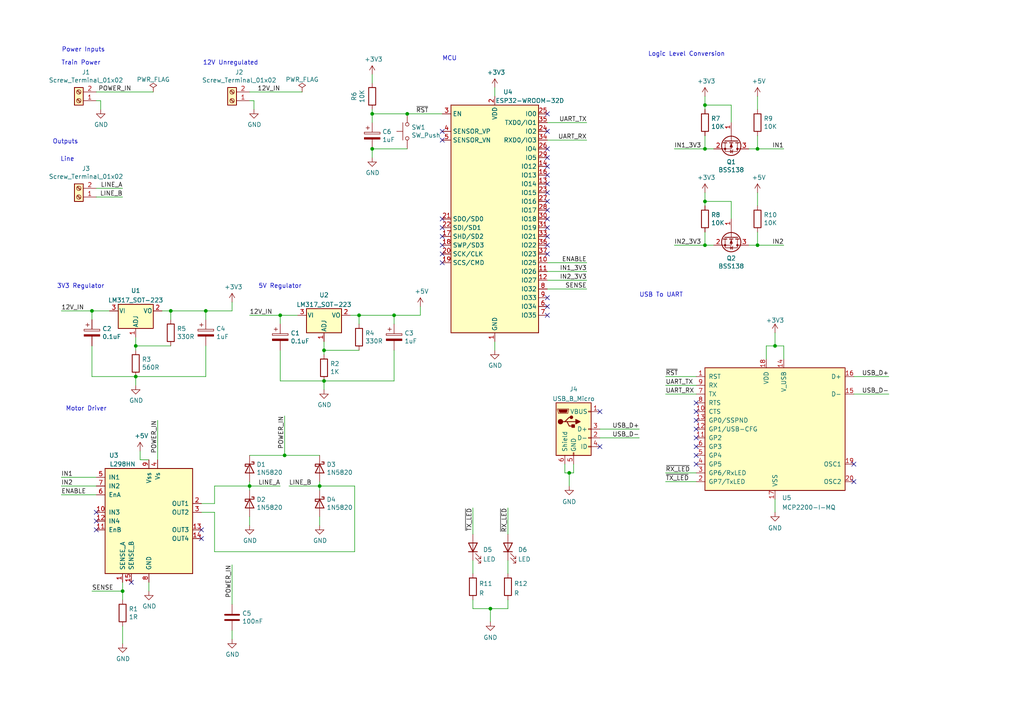
<source format=kicad_sch>
(kicad_sch (version 20211123) (generator eeschema)
  (paper "A4")
  (title_block (title "Speed Controller") (date "2022-03-19") (rev "V1.1.1") (company "Matthew Nickson") (comment 1 "Licence: CC-BY-SA-4.0"))
  (lib_symbols
    (symbol "Connector:Screw_Terminal_01x02" (pin_names (offset 1.016) hide)
      (property "Reference" "J" (at 0 2.54 0))
      (property "Value" "Screw_Terminal_01x02" (at 0 -5.08 0))
      (symbol "Screw_Terminal_01x02_1_1"
        (rectangle (start -1.27 1.27) (end 1.27 -3.81) (stroke (width 0.254)) (fill (type background)))
        (circle (center 0 -2.54) (radius 0.635) (stroke (width 0.1524)))
        (polyline (pts (xy -0.5334 -2.2098) (xy 0.3302 -3.048)) (stroke (width 0.1524)))
        (polyline (pts (xy -0.5334 0.3302) (xy 0.3302 -0.508)) (stroke (width 0.1524)))
        (polyline (pts (xy -0.3556 -2.032) (xy 0.508 -2.8702)) (stroke (width 0.1524)))
        (polyline (pts (xy -0.3556 0.508) (xy 0.508 -0.3302)) (stroke (width 0.1524)))
        (circle (center 0 0) (radius 0.635) (stroke (width 0.1524)))
        (pin passive line (at -5.08 0 0) (length 3.81) (name "Pin_1") (number "1"))
        (pin passive line (at -5.08 -2.54 0) (length 3.81) (name "Pin_2") (number "2"))
      )
    )
    (symbol "Connector:USB_B_Micro" (pin_names (offset 1.016))
      (property "Reference" "J" (at -5.08 11.43 0))
      (property "Value" "USB_B_Micro" (at -5.08 8.89 0))
      (symbol "USB_B_Micro_0_1"
        (rectangle (start -5.08 -7.62) (end 5.08 7.62) (stroke (width 0.254)) (fill (type background)))
        (circle (center -3.81 2.159) (radius 0.635) (stroke (width 0.254)) (fill (type outline)))
        (circle (center -0.635 3.429) (radius 0.381) (stroke (width 0.254)) (fill (type outline)))
        (rectangle (start -0.127 -7.62) (end 0.127 -6.858))
        (polyline (pts (xy -1.905 2.159) (xy 0.635 2.159)) (stroke (width 0.254)))
        (polyline (pts (xy -3.175 2.159) (xy -2.54 2.159) (xy -1.27 3.429) (xy -0.635 3.429)) (stroke (width 0.254)))
        (polyline (pts (xy -2.54 2.159) (xy -1.905 2.159) (xy -1.27 0.889) (xy 0 0.889)) (stroke (width 0.254)))
        (polyline (pts (xy 0.635 2.794) (xy 0.635 1.524) (xy 1.905 2.159) (xy 0.635 2.794)) (stroke (width 0.254)) (fill (type outline)))
        (polyline (pts (xy -4.318 5.588) (xy -1.778 5.588) (xy -2.032 4.826) (xy -4.064 4.826) (xy -4.318 5.588)) (fill (type outline)))
        (polyline (pts (xy -4.699 5.842) (xy -4.699 5.588) (xy -4.445 4.826) (xy -4.445 4.572) (xy -1.651 4.572) (xy -1.651 4.826) (xy -1.397 5.588) (xy -1.397 5.842) (xy -4.699 5.842)))
        (rectangle (start 0.254 1.27) (end -0.508 0.508) (stroke (width 0.254)) (fill (type outline)))
        (rectangle (start 5.08 -5.207) (end 4.318 -4.953))
        (rectangle (start 5.08 -2.667) (end 4.318 -2.413))
        (rectangle (start 5.08 -0.127) (end 4.318 0.127))
        (rectangle (start 5.08 4.953) (end 4.318 5.207))
      )
      (symbol "USB_B_Micro_1_1"
        (pin power_out line (at 7.62 5.08 180) (length 2.54) (name "VBUS") (number "1"))
        (pin bidirectional line (at 7.62 -2.54 180) (length 2.54) (name "D-") (number "2"))
        (pin bidirectional line (at 7.62 0 180) (length 2.54) (name "D+") (number "3"))
        (pin passive line (at 7.62 -5.08 180) (length 2.54) (name "ID") (number "4"))
        (pin power_out line (at 0 -10.16 90) (length 2.54) (name "GND") (number "5"))
        (pin passive line (at -2.54 -10.16 90) (length 2.54) (name "Shield") (number "6"))
      )
    )
    (symbol "Device:C" (pin_numbers hide) (pin_names (offset 0.254))
      (property "Reference" "C" (at 0.635 2.54 0))
      (property "Value" "C" (at 0.635 -2.54 0))
      (symbol "C_0_1"
        (polyline (pts (xy -2.032 -0.762) (xy 2.032 -0.762)) (stroke (width 0.508)))
        (polyline (pts (xy -2.032 0.762) (xy 2.032 0.762)) (stroke (width 0.508)))
      )
      (symbol "C_1_1"
        (pin passive line (at 0 3.81 270) (length 2.794) (name "~") (number "1"))
        (pin passive line (at 0 -3.81 90) (length 2.794) (name "~") (number "2"))
      )
    )
    (symbol "Device:CP" (pin_numbers hide) (pin_names (offset 0.254))
      (property "Reference" "C" (at 0.635 2.54 0))
      (property "Value" "Device_CP" (at 0.635 -2.54 0))
      (symbol "CP_0_1"
        (rectangle (start -2.286 0.508) (end 2.286 1.016))
        (polyline (pts (xy -1.778 2.286) (xy -0.762 2.286)))
        (polyline (pts (xy -1.27 2.794) (xy -1.27 1.778)))
        (rectangle (start 2.286 -0.508) (end -2.286 -1.016) (fill (type outline)))
      )
      (symbol "CP_1_1"
        (pin passive line (at 0 3.81 270) (length 2.794) (name "~") (number "1"))
        (pin passive line (at 0 -3.81 90) (length 2.794) (name "~") (number "2"))
      )
    )
    (symbol "Device:C_Polarized" (pin_numbers hide) (pin_names (offset 0.254))
      (property "Reference" "C" (at 0.635 2.54 0))
      (property "Value" "C_Polarized" (at 0.635 -2.54 0))
      (symbol "C_Polarized_0_1"
        (rectangle (start -2.286 0.508) (end 2.286 1.016))
        (polyline (pts (xy -1.778 2.286) (xy -0.762 2.286)))
        (polyline (pts (xy -1.27 2.794) (xy -1.27 1.778)))
        (rectangle (start 2.286 -0.508) (end -2.286 -1.016) (fill (type outline)))
      )
      (symbol "C_Polarized_1_1"
        (pin passive line (at 0 3.81 270) (length 2.794) (name "~") (number "1"))
        (pin passive line (at 0 -3.81 90) (length 2.794) (name "~") (number "2"))
      )
    )
    (symbol "Device:LED" (pin_numbers hide) (pin_names (offset 1.016) hide)
      (property "Reference" "D" (at 0 2.54 0))
      (property "Value" "LED" (at 0 -2.54 0))
      (symbol "LED_0_1"
        (polyline (pts (xy -1.27 -1.27) (xy -1.27 1.27)) (stroke (width 0.254)))
        (polyline (pts (xy -1.27 0) (xy 1.27 0)))
        (polyline (pts (xy 1.27 -1.27) (xy 1.27 1.27) (xy -1.27 0) (xy 1.27 -1.27)) (stroke (width 0.254)))
        (polyline (pts (xy -3.048 -0.762) (xy -4.572 -2.286) (xy -3.81 -2.286) (xy -4.572 -2.286) (xy -4.572 -1.524)))
        (polyline (pts (xy -1.778 -0.762) (xy -3.302 -2.286) (xy -2.54 -2.286) (xy -3.302 -2.286) (xy -3.302 -1.524)))
      )
      (symbol "LED_1_1"
        (pin passive line (at -3.81 0 0) (length 2.54) (name "K") (number "1"))
        (pin passive line (at 3.81 0 180) (length 2.54) (name "A") (number "2"))
      )
    )
    (symbol "Device:R" (pin_numbers hide) (pin_names (offset 0))
      (property "Reference" "R" (at 2.032 0 90))
      (property "Value" "R" (at 0 0 90))
      (symbol "R_0_1"
        (rectangle (start -1.016 -2.54) (end 1.016 2.54) (stroke (width 0.254)))
      )
      (symbol "R_1_1"
        (pin passive line (at 0 3.81 270) (length 1.27) (name "~") (number "1"))
        (pin passive line (at 0 -3.81 90) (length 1.27) (name "~") (number "2"))
      )
    )
    (symbol "Diode:1N5820" (pin_numbers hide) (pin_names (offset 1.016) hide)
      (property "Reference" "D" (at 0 2.54 0))
      (property "Value" "1N5820" (at 0 -2.54 0))
      (symbol "1N5820_0_1"
        (polyline (pts (xy 1.27 0) (xy -1.27 0)))
        (polyline (pts (xy 1.27 1.27) (xy 1.27 -1.27) (xy -1.27 0) (xy 1.27 1.27)) (stroke (width 0.254)))
        (polyline (pts (xy -1.905 0.635) (xy -1.905 1.27) (xy -1.27 1.27) (xy -1.27 -1.27) (xy -0.635 -1.27) (xy -0.635 -0.635)) (stroke (width 0.254)))
      )
      (symbol "1N5820_1_1"
        (pin passive line (at -3.81 0 0) (length 2.54) (name "K") (number "1"))
        (pin passive line (at 3.81 0 180) (length 2.54) (name "A") (number "2"))
      )
    )
    (symbol "Driver_Motor:L298HN" (pin_names (offset 1.016))
      (property "Reference" "U" (at -10.16 16.51 0))
      (property "Value" "L298HN" (at 12.7 16.51 0))
      (symbol "L298HN_0_1"
        (rectangle (start -12.7 15.24) (end 12.7 -15.24) (stroke (width 0.254)) (fill (type background)))
      )
      (symbol "L298HN_1_1"
        (pin power_in line (at -7.62 -17.78 90) (length 2.54) (name "SENSE_A") (number "1"))
        (pin input line (at -15.24 2.54 0) (length 2.54) (name "IN3") (number "10"))
        (pin input line (at -15.24 -2.54 0) (length 2.54) (name "EnB") (number "11"))
        (pin input line (at -15.24 0 0) (length 2.54) (name "IN4") (number "12"))
        (pin output line (at 15.24 -2.54 180) (length 2.54) (name "OUT3") (number "13"))
        (pin output line (at 15.24 -5.08 180) (length 2.54) (name "OUT4") (number "14"))
        (pin power_in line (at -5.08 -17.78 90) (length 2.54) (name "SENSE_B") (number "15"))
        (pin output line (at 15.24 5.08 180) (length 2.54) (name "OUT1") (number "2"))
        (pin output line (at 15.24 2.54 180) (length 2.54) (name "OUT2") (number "3"))
        (pin power_in line (at 2.54 17.78 270) (length 2.54) (name "Vs") (number "4"))
        (pin input line (at -15.24 12.7 0) (length 2.54) (name "IN1") (number "5"))
        (pin input line (at -15.24 7.62 0) (length 2.54) (name "EnA") (number "6"))
        (pin input line (at -15.24 10.16 0) (length 2.54) (name "IN2") (number "7"))
        (pin power_in line (at 0 -17.78 90) (length 2.54) (name "GND") (number "8"))
        (pin power_in line (at 0 17.78 270) (length 2.54) (name "Vss") (number "9"))
      )
    )
    (symbol "Interface_USB:MCP2200-I-MQ" (pin_names (offset 1.016))
      (property "Reference" "U" (at -20.32 -19.05 0))
      (property "Value" "MCP2200-I-MQ" (at -20.32 19.05 0))
      (symbol "MCP2200-I-MQ_0_1"
        (rectangle (start -20.32 17.78) (end 20.32 -17.78) (stroke (width 0.254)) (fill (type background)))
      )
      (symbol "MCP2200-I-MQ_1_1"
        (pin input line (at -22.86 15.24 0) (length 2.54) (name "RST") (number "1"))
        (pin input line (at -22.86 5.08 0) (length 2.54) (name "CTS") (number "10"))
        (pin bidirectional line (at -22.86 -2.54 0) (length 2.54) (name "GP2") (number "11"))
        (pin bidirectional line (at -22.86 0 0) (length 2.54) (name "GP1/USB-CFG") (number "12"))
        (pin bidirectional line (at -22.86 2.54 0) (length 2.54) (name "GP0/SSPND") (number "13"))
        (pin power_in line (at 2.54 20.32 270) (length 2.54) (name "V_USB") (number "14"))
        (pin bidirectional line (at 22.86 10.16 180) (length 2.54) (name "D-") (number "15"))
        (pin bidirectional line (at 22.86 15.24 180) (length 2.54) (name "D+") (number "16"))
        (pin power_in line (at 0 -20.32 90) (length 2.54) (name "VSS") (number "17"))
        (pin power_in line (at -2.54 20.32 270) (length 2.54) (name "VDD") (number "18"))
        (pin input line (at 22.86 -10.16 180) (length 2.54) (name "OSC1") (number "19"))
        (pin bidirectional line (at -22.86 -15.24 0) (length 2.54) (name "GP7/TxLED") (number "2"))
        (pin output line (at 22.86 -15.24 180) (length 2.54) (name "OSC2") (number "20"))
        (pin no_connect line (at 22.86 0 180) (length 2.54) hide (name "EP") (number "21"))
        (pin bidirectional line (at -22.86 -12.7 0) (length 2.54) (name "GP6/RxLED") (number "3"))
        (pin bidirectional line (at -22.86 -10.16 0) (length 2.54) (name "GP5") (number "4"))
        (pin bidirectional line (at -22.86 -7.62 0) (length 2.54) (name "GP4") (number "5"))
        (pin bidirectional line (at -22.86 -5.08 0) (length 2.54) (name "GP3") (number "6"))
        (pin output line (at -22.86 10.16 0) (length 2.54) (name "TX") (number "7"))
        (pin output line (at -22.86 7.62 0) (length 2.54) (name "RTS") (number "8"))
        (pin input line (at -22.86 12.7 0) (length 2.54) (name "RX") (number "9"))
      )
    )
    (symbol "RF_Module:ESP32-WROOM-32D"
      (property "Reference" "U" (at -12.7 34.29 0))
      (property "Value" "ESP32-WROOM-32D" (at 1.27 34.29 0))
      (symbol "ESP32-WROOM-32D_0_1"
        (rectangle (start -12.7 33.02) (end 12.7 -33.02) (stroke (width 0.254)) (fill (type background)))
      )
      (symbol "ESP32-WROOM-32D_1_1"
        (pin power_in line (at 0 -35.56 90) (length 2.54) (name "GND") (number "1"))
        (pin bidirectional line (at 15.24 -12.7 180) (length 2.54) (name "IO25") (number "10"))
        (pin bidirectional line (at 15.24 -15.24 180) (length 2.54) (name "IO26") (number "11"))
        (pin bidirectional line (at 15.24 -17.78 180) (length 2.54) (name "IO27") (number "12"))
        (pin bidirectional line (at 15.24 10.16 180) (length 2.54) (name "IO14") (number "13"))
        (pin bidirectional line (at 15.24 15.24 180) (length 2.54) (name "IO12") (number "14"))
        (pin passive line (at 0 -35.56 90) (length 2.54) hide (name "GND") (number "15"))
        (pin bidirectional line (at 15.24 12.7 180) (length 2.54) (name "IO13") (number "16"))
        (pin bidirectional line (at -15.24 -5.08 0) (length 2.54) (name "SHD/SD2") (number "17"))
        (pin bidirectional line (at -15.24 -7.62 0) (length 2.54) (name "SWP/SD3") (number "18"))
        (pin bidirectional line (at -15.24 -12.7 0) (length 2.54) (name "SCS/CMD") (number "19"))
        (pin power_in line (at 0 35.56 270) (length 2.54) (name "VDD") (number "2"))
        (pin bidirectional line (at -15.24 -10.16 0) (length 2.54) (name "SCK/CLK") (number "20"))
        (pin bidirectional line (at -15.24 0 0) (length 2.54) (name "SDO/SD0") (number "21"))
        (pin bidirectional line (at -15.24 -2.54 0) (length 2.54) (name "SDI/SD1") (number "22"))
        (pin bidirectional line (at 15.24 7.62 180) (length 2.54) (name "IO15") (number "23"))
        (pin bidirectional line (at 15.24 25.4 180) (length 2.54) (name "IO2") (number "24"))
        (pin bidirectional line (at 15.24 30.48 180) (length 2.54) (name "IO0") (number "25"))
        (pin bidirectional line (at 15.24 20.32 180) (length 2.54) (name "IO4") (number "26"))
        (pin bidirectional line (at 15.24 5.08 180) (length 2.54) (name "IO16") (number "27"))
        (pin bidirectional line (at 15.24 2.54 180) (length 2.54) (name "IO17") (number "28"))
        (pin bidirectional line (at 15.24 17.78 180) (length 2.54) (name "IO5") (number "29"))
        (pin input line (at -15.24 30.48 0) (length 2.54) (name "EN") (number "3"))
        (pin bidirectional line (at 15.24 0 180) (length 2.54) (name "IO18") (number "30"))
        (pin bidirectional line (at 15.24 -2.54 180) (length 2.54) (name "IO19") (number "31"))
        (pin no_connect line (at -12.7 -27.94 0) (length 2.54) hide (name "NC") (number "32"))
        (pin bidirectional line (at 15.24 -5.08 180) (length 2.54) (name "IO21") (number "33"))
        (pin bidirectional line (at 15.24 22.86 180) (length 2.54) (name "RXD0/IO3") (number "34"))
        (pin bidirectional line (at 15.24 27.94 180) (length 2.54) (name "TXD0/IO1") (number "35"))
        (pin bidirectional line (at 15.24 -7.62 180) (length 2.54) (name "IO22") (number "36"))
        (pin bidirectional line (at 15.24 -10.16 180) (length 2.54) (name "IO23") (number "37"))
        (pin passive line (at 0 -35.56 90) (length 2.54) hide (name "GND") (number "38"))
        (pin passive line (at 0 -35.56 90) (length 2.54) hide (name "GND") (number "39"))
        (pin input line (at -15.24 25.4 0) (length 2.54) (name "SENSOR_VP") (number "4"))
        (pin input line (at -15.24 22.86 0) (length 2.54) (name "SENSOR_VN") (number "5"))
        (pin input line (at 15.24 -25.4 180) (length 2.54) (name "IO34") (number "6"))
        (pin input line (at 15.24 -27.94 180) (length 2.54) (name "IO35") (number "7"))
        (pin bidirectional line (at 15.24 -20.32 180) (length 2.54) (name "IO32") (number "8"))
        (pin bidirectional line (at 15.24 -22.86 180) (length 2.54) (name "IO33") (number "9"))
      )
    )
    (symbol "Regulator_Linear:LM317_SOT-223" (pin_names (offset 0.254))
      (property "Reference" "U" (at -3.81 3.175 0))
      (property "Value" "LM317_SOT-223" (at 0 3.175 0))
      (symbol "LM317_SOT-223_0_1"
        (rectangle (start -5.08 1.905) (end 5.08 -5.08) (stroke (width 0.254)) (fill (type background)))
      )
      (symbol "LM317_SOT-223_1_1"
        (pin input line (at 0 -7.62 90) (length 2.54) (name "ADJ") (number "1"))
        (pin power_out line (at 7.62 0 180) (length 2.54) (name "VO") (number "2"))
        (pin power_in line (at -7.62 0 0) (length 2.54) (name "VI") (number "3"))
      )
    )
    (symbol "Switch:SW_Push" (pin_numbers hide) (pin_names (offset 1.016) hide)
      (property "Reference" "SW" (at 1.27 2.54 0))
      (property "Value" "SW_Push" (at 0 -1.524 0))
      (symbol "SW_Push_0_1"
        (circle (center -2.032 0) (radius 0.508))
        (polyline (pts (xy 0 1.27) (xy 0 3.048)))
        (polyline (pts (xy 2.54 1.27) (xy -2.54 1.27)))
        (circle (center 2.032 0) (radius 0.508))
        (pin passive line (at -5.08 0 0) (length 2.54) (name "1") (number "1"))
        (pin passive line (at 5.08 0 180) (length 2.54) (name "2") (number "2"))
      )
    )
    (symbol "Transistor_FET:BSS138" (pin_names hide)
      (property "Reference" "Q" (at 5.08 1.905 0))
      (property "Value" "BSS138" (at 5.08 0 0))
      (symbol "BSS138_0_1"
        (polyline (pts (xy 0.254 0) (xy -2.54 0)))
        (polyline (pts (xy 0.254 1.905) (xy 0.254 -1.905)) (stroke (width 0.254)))
        (polyline (pts (xy 0.762 -1.27) (xy 0.762 -2.286)) (stroke (width 0.254)))
        (polyline (pts (xy 0.762 0.508) (xy 0.762 -0.508)) (stroke (width 0.254)))
        (polyline (pts (xy 0.762 2.286) (xy 0.762 1.27)) (stroke (width 0.254)))
        (polyline (pts (xy 2.54 2.54) (xy 2.54 1.778)))
        (polyline (pts (xy 2.54 -2.54) (xy 2.54 0) (xy 0.762 0)))
        (polyline (pts (xy 0.762 -1.778) (xy 3.302 -1.778) (xy 3.302 1.778) (xy 0.762 1.778)))
        (polyline (pts (xy 1.016 0) (xy 2.032 0.381) (xy 2.032 -0.381) (xy 1.016 0)) (fill (type outline)))
        (polyline (pts (xy 2.794 0.508) (xy 2.921 0.381) (xy 3.683 0.381) (xy 3.81 0.254)))
        (polyline (pts (xy 3.302 0.381) (xy 2.921 -0.254) (xy 3.683 -0.254) (xy 3.302 0.381)))
        (circle (center 1.651 0) (radius 2.794) (stroke (width 0.254)))
        (circle (center 2.54 -1.778) (radius 0.254) (fill (type outline)))
        (circle (center 2.54 1.778) (radius 0.254) (fill (type outline)))
      )
      (symbol "BSS138_1_1"
        (pin input line (at -5.08 0 0) (length 2.54) (name "G") (number "1"))
        (pin passive line (at 2.54 -5.08 90) (length 2.54) (name "S") (number "2"))
        (pin passive line (at 2.54 5.08 270) (length 2.54) (name "D") (number "3"))
      )
    )
    (symbol "power:+3V3" (power) (pin_names (offset 0))
      (property "Value" "+3V3" (at 0 3.556 0))
      (symbol "+3V3_0_1"
        (polyline (pts (xy -0.762 1.27) (xy 0 2.54)))
        (polyline (pts (xy 0 0) (xy 0 2.54)))
        (polyline (pts (xy 0 2.54) (xy 0.762 1.27)))
      )
      (symbol "+3V3_1_1"
        (pin power_in line (at 0 0 90) (length 0) hide (name "+3V3") (number "1"))
      )
    )
    (symbol "power:+5V" (power) (pin_names (offset 0))
      (property "Value" "+5V" (at 0 3.556 0))
      (symbol "+5V_0_1"
        (polyline (pts (xy -0.762 1.27) (xy 0 2.54)))
        (polyline (pts (xy 0 0) (xy 0 2.54)))
        (polyline (pts (xy 0 2.54) (xy 0.762 1.27)))
      )
      (symbol "+5V_1_1"
        (pin power_in line (at 0 0 90) (length 0) hide (name "+5V") (number "1"))
      )
    )
    (symbol "power:GND" (power) (pin_names (offset 0))
      (property "Value" "GND" (at 0 -3.81 0))
      (symbol "GND_0_1"
        (polyline (pts (xy 0 0) (xy 0 -1.27) (xy 1.27 -1.27) (xy 0 -2.54) (xy -1.27 -1.27) (xy 0 -1.27)))
      )
      (symbol "GND_1_1"
        (pin power_in line (at 0 0 270) (length 0) hide (name "GND") (number "1"))
      )
    )
    (symbol "power:PWR_FLAG" (power) (pin_numbers hide) (pin_names (offset 0) hide)
      (property "Value" "PWR_FLAG" (at 0 3.81 0))
      (symbol "PWR_FLAG_0_0"
        (pin power_out line (at 0 0 90) (length 0) (name "pwr") (number "1"))
      )
      (symbol "PWR_FLAG_0_1"
        (polyline (pts (xy 0 0) (xy 0 1.27) (xy -1.016 1.905) (xy 0 2.54) (xy 1.016 1.905) (xy 0 1.27)))
      )
    )
  )
  (junction (at 104.14 91.44))
  (junction (at 219.71 43.18))
  (junction (at 39.37 109.22))
  (junction (at 49.53 90.17))
  (junction (at 92.71 140.97))
  (junction (at 204.47 30.48))
  (junction (at 59.69 90.17))
  (junction (at 165.1 137.16))
  (junction (at 142.24 176.53))
  (junction (at 204.47 43.18))
  (junction (at 219.71 71.12))
  (junction (at 114.3 91.44))
  (junction (at 93.98 101.6))
  (junction (at 204.47 58.42))
  (junction (at 118.11 33.02))
  (junction (at 39.37 100.33))
  (junction (at 26.67 90.17))
  (junction (at 107.95 33.02))
  (junction (at 72.39 140.97))
  (junction (at 107.95 43.18))
  (junction (at 81.28 91.44))
  (junction (at 93.98 110.49))
  (junction (at 204.47 71.12))
  (junction (at 35.56 171.45))
  (junction (at 224.79 100.33))
  (junction (at 82.55 132.08))
  (no_connect (at 158.75 60.96))
  (no_connect (at 158.75 68.58))
  (no_connect (at 158.75 33.02))
  (no_connect (at 158.75 43.18))
  (no_connect (at 27.94 153.67))
  (no_connect (at 158.75 91.44))
  (no_connect (at 173.99 119.38))
  (no_connect (at 158.75 71.12))
  (no_connect (at 158.75 55.88))
  (no_connect (at 158.75 58.42))
  (no_connect (at 158.75 48.26))
  (no_connect (at 158.75 73.66))
  (no_connect (at 27.94 151.13))
  (no_connect (at 58.42 156.21))
  (no_connect (at 128.27 68.58))
  (no_connect (at 128.27 76.2))
  (no_connect (at 158.75 88.9))
  (no_connect (at 158.75 63.5))
  (no_connect (at 128.27 73.66))
  (no_connect (at 27.94 148.59))
  (no_connect (at 158.75 50.8))
  (no_connect (at 128.27 66.04))
  (no_connect (at 58.42 153.67))
  (no_connect (at 247.65 139.7))
  (no_connect (at 247.65 134.62))
  (no_connect (at 201.93 119.38))
  (no_connect (at 201.93 116.84))
  (no_connect (at 201.93 134.62))
  (no_connect (at 201.93 132.08))
  (no_connect (at 201.93 129.54))
  (no_connect (at 201.93 127))
  (no_connect (at 201.93 124.46))
  (no_connect (at 201.93 121.92))
  (no_connect (at 158.75 86.36))
  (no_connect (at 158.75 66.04))
  (no_connect (at 128.27 71.12))
  (no_connect (at 128.27 63.5))
  (no_connect (at 38.1 168.91))
  (no_connect (at 128.27 38.1))
  (no_connect (at 128.27 40.64))
  (no_connect (at 173.99 129.54))
  (no_connect (at 158.75 45.72))
  (no_connect (at 158.75 53.34))
  (no_connect (at 158.75 38.1))
  (wire (pts (xy 247.65 114.3) (xy 257.81 114.3)))
  (wire (pts (xy 173.99 127) (xy 185.42 127)))
  (wire (pts (xy 59.69 90.17) (xy 67.31 90.17)))
  (wire (pts (xy 104.14 101.6) (xy 93.98 101.6)))
  (wire (pts (xy 83.82 140.97) (xy 92.71 140.97)))
  (wire (pts (xy 73.66 29.21) (xy 73.66 31.75)))
  (wire (pts (xy 29.21 29.21) (xy 29.21 31.75)))
  (wire (pts (xy 204.47 30.48) (xy 204.47 27.94)))
  (wire (pts (xy 17.78 140.97) (xy 27.94 140.97)))
  (wire (pts (xy 137.16 162.56) (xy 137.16 166.37)))
  (wire (pts (xy 72.39 140.97) (xy 81.28 140.97)))
  (wire (pts (xy 158.75 76.2) (xy 170.18 76.2)))
  (wire (pts (xy 39.37 109.22) (xy 59.69 109.22)))
  (wire (pts (xy 204.47 67.31) (xy 204.47 71.12)))
  (wire (pts (xy 62.23 140.97) (xy 62.23 146.05)))
  (wire (pts (xy 173.99 124.46) (xy 185.42 124.46)))
  (wire (pts (xy 193.04 111.76) (xy 201.93 111.76)))
  (wire (pts (xy 82.55 132.08) (xy 92.71 132.08)))
  (wire (pts (xy 137.16 147.32) (xy 137.16 154.94)))
  (wire (pts (xy 81.28 93.98) (xy 81.28 91.44)))
  (wire (pts (xy 72.39 26.67) (xy 87.63 26.67)))
  (wire (pts (xy 81.28 91.44) (xy 86.36 91.44)))
  (wire (pts (xy 104.14 91.44) (xy 114.3 91.44)))
  (wire (pts (xy 93.98 110.49) (xy 93.98 113.03)))
  (wire (pts (xy 142.24 176.53) (xy 142.24 180.34)))
  (wire (pts (xy 17.78 90.17) (xy 26.67 90.17)))
  (wire (pts (xy 147.32 147.32) (xy 147.32 154.94)))
  (wire (pts (xy 224.79 96.52) (xy 224.79 100.33)))
  (wire (pts (xy 219.71 59.69) (xy 219.71 55.88)))
  (wire (pts (xy 224.79 144.78) (xy 224.79 148.59)))
  (wire (pts (xy 59.69 92.71) (xy 59.69 90.17)))
  (wire (pts (xy 45.72 121.92) (xy 45.72 133.35)))
  (wire (pts (xy 92.71 140.97) (xy 102.87 140.97)))
  (wire (pts (xy 26.67 90.17) (xy 31.75 90.17)))
  (wire (pts (xy 26.67 109.22) (xy 39.37 109.22)))
  (wire (pts (xy 72.39 139.7) (xy 72.39 140.97)))
  (wire (pts (xy 170.18 81.28) (xy 158.75 81.28)))
  (wire (pts (xy 195.58 43.18) (xy 204.47 43.18)))
  (wire (pts (xy 137.16 173.99) (xy 137.16 176.53)))
  (wire (pts (xy 147.32 162.56) (xy 147.32 166.37)))
  (wire (pts (xy 107.95 33.02) (xy 107.95 35.56)))
  (wire (pts (xy 58.42 148.59) (xy 62.23 148.59)))
  (wire (pts (xy 67.31 163.83) (xy 67.31 175.26)))
  (wire (pts (xy 35.56 181.61) (xy 35.56 186.69)))
  (wire (pts (xy 195.58 71.12) (xy 204.47 71.12)))
  (wire (pts (xy 107.95 43.18) (xy 107.95 45.72)))
  (wire (pts (xy 204.47 59.69) (xy 204.47 58.42)))
  (wire (pts (xy 193.04 137.16) (xy 201.93 137.16)))
  (wire (pts (xy 118.11 43.18) (xy 107.95 43.18)))
  (wire (pts (xy 217.17 43.18) (xy 219.71 43.18)))
  (wire (pts (xy 193.04 109.22) (xy 201.93 109.22)))
  (wire (pts (xy 81.28 110.49) (xy 93.98 110.49)))
  (wire (pts (xy 114.3 101.6) (xy 114.3 110.49)))
  (wire (pts (xy 62.23 140.97) (xy 72.39 140.97)))
  (wire (pts (xy 170.18 78.74) (xy 158.75 78.74)))
  (wire (pts (xy 35.56 171.45) (xy 35.56 173.99)))
  (wire (pts (xy 102.87 160.02) (xy 102.87 140.97)))
  (wire (pts (xy 72.39 149.86) (xy 72.39 152.4)))
  (wire (pts (xy 219.71 71.12) (xy 219.71 67.31)))
  (wire (pts (xy 82.55 132.08) (xy 82.55 120.65)))
  (wire (pts (xy 158.75 35.56) (xy 170.18 35.56)))
  (wire (pts (xy 72.39 142.24) (xy 72.39 140.97)))
  (wire (pts (xy 114.3 93.98) (xy 114.3 91.44)))
  (wire (pts (xy 27.94 54.61) (xy 35.56 54.61)))
  (wire (pts (xy 204.47 43.18) (xy 207.01 43.18)))
  (wire (pts (xy 204.47 58.42) (xy 204.47 55.88)))
  (wire (pts (xy 26.67 171.45) (xy 35.56 171.45)))
  (wire (pts (xy 137.16 176.53) (xy 142.24 176.53)))
  (wire (pts (xy 204.47 39.37) (xy 204.47 43.18)))
  (wire (pts (xy 204.47 71.12) (xy 207.01 71.12)))
  (wire (pts (xy 93.98 101.6) (xy 93.98 99.06)))
  (wire (pts (xy 62.23 148.59) (xy 62.23 160.02)))
  (wire (pts (xy 26.67 100.33) (xy 26.67 109.22)))
  (wire (pts (xy 224.79 100.33) (xy 227.33 100.33)))
  (wire (pts (xy 43.18 168.91) (xy 43.18 171.45)))
  (wire (pts (xy 158.75 83.82) (xy 170.18 83.82)))
  (wire (pts (xy 166.37 134.62) (xy 166.37 137.16)))
  (wire (pts (xy 107.95 33.02) (xy 118.11 33.02)))
  (wire (pts (xy 17.78 138.43) (xy 27.94 138.43)))
  (wire (pts (xy 26.67 92.71) (xy 26.67 90.17)))
  (wire (pts (xy 163.83 137.16) (xy 163.83 134.62)))
  (wire (pts (xy 49.53 92.71) (xy 49.53 90.17)))
  (wire (pts (xy 67.31 185.42) (xy 67.31 182.88)))
  (wire (pts (xy 114.3 91.44) (xy 121.92 91.44)))
  (wire (pts (xy 46.99 90.17) (xy 49.53 90.17)))
  (wire (pts (xy 222.25 100.33) (xy 224.79 100.33)))
  (wire (pts (xy 67.31 90.17) (xy 67.31 87.63)))
  (wire (pts (xy 193.04 114.3) (xy 201.93 114.3)))
  (wire (pts (xy 142.24 176.53) (xy 147.32 176.53)))
  (wire (pts (xy 121.92 91.44) (xy 121.92 88.9)))
  (wire (pts (xy 143.51 99.06) (xy 143.51 101.6)))
  (wire (pts (xy 193.04 139.7) (xy 201.93 139.7)))
  (wire (pts (xy 219.71 31.75) (xy 219.71 27.94)))
  (wire (pts (xy 158.75 40.64) (xy 170.18 40.64)))
  (wire (pts (xy 219.71 43.18) (xy 219.71 39.37)))
  (wire (pts (xy 92.71 139.7) (xy 92.71 140.97)))
  (wire (pts (xy 17.78 143.51) (xy 27.94 143.51)))
  (wire (pts (xy 93.98 110.49) (xy 114.3 110.49)))
  (wire (pts (xy 165.1 137.16) (xy 163.83 137.16)))
  (wire (pts (xy 39.37 109.22) (xy 39.37 111.76)))
  (wire (pts (xy 101.6 91.44) (xy 104.14 91.44)))
  (wire (pts (xy 62.23 160.02) (xy 102.87 160.02)))
  (wire (pts (xy 49.53 90.17) (xy 59.69 90.17)))
  (wire (pts (xy 212.09 35.56) (xy 212.09 30.48)))
  (wire (pts (xy 143.51 25.4) (xy 143.51 27.94)))
  (wire (pts (xy 72.39 91.44) (xy 81.28 91.44)))
  (wire (pts (xy 92.71 140.97) (xy 92.71 142.24)))
  (wire (pts (xy 27.94 26.67) (xy 44.45 26.67)))
  (wire (pts (xy 212.09 58.42) (xy 204.47 58.42)))
  (wire (pts (xy 40.64 133.35) (xy 43.18 133.35)))
  (wire (pts (xy 107.95 21.59) (xy 107.95 24.13)))
  (wire (pts (xy 227.33 100.33) (xy 227.33 104.14)))
  (wire (pts (xy 118.11 33.02) (xy 128.27 33.02)))
  (wire (pts (xy 212.09 30.48) (xy 204.47 30.48)))
  (wire (pts (xy 165.1 137.16) (xy 165.1 140.97)))
  (wire (pts (xy 35.56 168.91) (xy 35.56 171.45)))
  (wire (pts (xy 40.64 130.81) (xy 40.64 133.35)))
  (wire (pts (xy 204.47 31.75) (xy 204.47 30.48)))
  (wire (pts (xy 72.39 29.21) (xy 73.66 29.21)))
  (wire (pts (xy 222.25 100.33) (xy 222.25 104.14)))
  (wire (pts (xy 147.32 176.53) (xy 147.32 173.99)))
  (wire (pts (xy 58.42 146.05) (xy 62.23 146.05)))
  (wire (pts (xy 219.71 71.12) (xy 227.33 71.12)))
  (wire (pts (xy 212.09 63.5) (xy 212.09 58.42)))
  (wire (pts (xy 219.71 43.18) (xy 227.33 43.18)))
  (wire (pts (xy 59.69 100.33) (xy 59.69 109.22)))
  (wire (pts (xy 81.28 101.6) (xy 81.28 110.49)))
  (wire (pts (xy 107.95 31.75) (xy 107.95 33.02)))
  (wire (pts (xy 39.37 101.6) (xy 39.37 100.33)))
  (wire (pts (xy 72.39 132.08) (xy 82.55 132.08)))
  (wire (pts (xy 217.17 71.12) (xy 219.71 71.12)))
  (wire (pts (xy 93.98 102.87) (xy 93.98 101.6)))
  (wire (pts (xy 27.94 29.21) (xy 29.21 29.21)))
  (wire (pts (xy 166.37 137.16) (xy 165.1 137.16)))
  (wire (pts (xy 92.71 149.86) (xy 92.71 152.4)))
  (wire (pts (xy 39.37 100.33) (xy 39.37 97.79)))
  (wire (pts (xy 27.94 57.15) (xy 35.56 57.15)))
  (wire (pts (xy 104.14 93.98) (xy 104.14 91.44)))
  (wire (pts (xy 247.65 109.22) (xy 257.81 109.22)))
  (wire (pts (xy 49.53 100.33) (xy 39.37 100.33)))
  (text "Train Power" (at 29.21 19.05 180) (effects (font (size 1.27 1.27)) (justify right bottom)))
  (text "MCU" (at 128.27 17.78 0) (effects (font (size 1.27 1.27)) (justify left bottom)))
  (text "12V Unregulated" (at 74.93 19.05 180) (effects (font (size 1.27 1.27)) (justify right bottom)))
  (text "Logic Level Conversion" (at 187.96 16.51 0) (effects (font (size 1.27 1.27)) (justify left bottom)))
  (text "5V Regulator" (at 74.93 83.82 0) (effects (font (size 1.27 1.27)) (justify left bottom)))
  (text "Motor Driver" (at 19.05 119.38 0) (effects (font (size 1.27 1.27)) (justify left bottom)))
  (text "USB To UART" (at 185.42 86.36 0) (effects (font (size 1.27 1.27)) (justify left bottom)))
  (text "3V3 Regulator" (at 16.51 83.82 0) (effects (font (size 1.27 1.27)) (justify left bottom)))
  (text "Power Inputs" (at 30.48 15.24 180) (effects (font (size 1.27 1.27)) (justify right bottom)))
  (text "Outputs" (at 15.24 41.91 0) (effects (font (size 1.27 1.27)) (justify left bottom)))
  (text "Line" (at 21.59 46.99 180) (effects (font (size 1.27 1.27)) (justify right bottom)))
  (label "POWER_IN" (at 67.31 163.83 270))
  (label "IN1_3V3" (at 170.18 78.74 180))
  (label "12V_IN" (at 17.78 90.17 0))
  (label "~{RX_LED}" (at 147.32 147.32 270))
  (label "UART_TX" (at 170.18 35.56 180))
  (label "IN1_3V3" (at 195.58 43.18 0))
  (label "LINE_A" (at 81.28 140.97 180))
  (label "USB_D-" (at 257.81 114.3 180))
  (label "~{RST}" (at 120.65 33.02 0))
  (label "IN1" (at 17.78 138.43 0))
  (label "UART_RX" (at 170.18 40.64 180))
  (label "~{TX_LED}" (at 193.04 139.7 0))
  (label "USB_D+" (at 257.81 109.22 180))
  (label "POWER_IN" (at 82.55 120.65 270))
  (label "POWER_IN" (at 45.72 121.92 270))
  (label "UART_TX" (at 193.04 111.76 0))
  (label "IN1" (at 227.33 43.18 180))
  (label "USB_D+" (at 185.42 124.46 180))
  (label "~{RST}" (at 193.04 109.22 0))
  (label "POWER_IN" (at 38.1 26.67 180))
  (label "SENSE" (at 26.67 171.45 0))
  (label "IN2" (at 227.33 71.12 180))
  (label "UART_RX" (at 193.04 114.3 0))
  (label "~{RX_LED}" (at 193.04 137.16 0))
  (label "IN2_3V3" (at 170.18 81.28 180))
  (label "ENABLE" (at 17.78 143.51 0))
  (label "LINE_B" (at 83.82 140.97 0))
  (label "LINE_A" (at 35.56 54.61 180))
  (label "IN2" (at 17.78 140.97 0))
  (label "LINE_B" (at 35.56 57.15 180))
  (label "ENABLE" (at 170.18 76.2 180))
  (label "12V_IN" (at 81.28 26.67 180))
  (label "12V_IN" (at 72.39 91.44 0))
  (label "USB_D-" (at 185.42 127 180))
  (label "SENSE" (at 170.18 83.82 180))
  (label "IN2_3V3" (at 195.58 71.12 0))
  (label "~{TX_LED}" (at 137.16 147.32 270))
  (symbol (lib_id "Driver_Motor:L298HN") (at 43.18 151.13 0) (unit 1)
    (property "Reference" "U3" (at 33.02 132.08 0))
    (property "Value" "L298HN" (at 35.56 134.62 0))
    (property "Footprint" "Package_TO_SOT_THT:TO-220-15_P2.54x2.54mm_StaggerOdd_Lead4.58mm_Vertical" (effects hide))
    (property "Datasheet" "http://www.st.com/st-web-ui/static/active/en/resource/technical/document/datasheet/CD00000240.pdf" (effects hide))
  )
  (symbol (lib_id "Device:R") (at 35.56 177.8 0) (unit 1)
    (property "Reference" "R1" (at 37.338 176.6316 0) (effects (justify left)))
    (property "Value" "1R" (at 37.338 178.943 0) (effects (justify left)))
    (property "Footprint" "Resistor_SMD:R_0805_2012Metric" (effects hide))
  )
  (symbol (lib_id "Connector:Screw_Terminal_01x02") (at 22.86 29.21 180) (unit 1)
    (property "Reference" "J1" (at 24.9428 20.955 0))
    (property "Value" "Screw_Terminal_01x02" (at 24.9428 23.2664 0))
    (property "Footprint" "TerminalBlock:TerminalBlock_bornier-2_P5.08mm" (effects hide))
  )
  (symbol (lib_id "power:GND") (at 29.21 31.75 0) (unit 1)
    (property "Reference" "#PWR01" (effects hide))
    (property "Value" "GND" (at 29.337 36.1442 0))
  )
  (symbol (lib_id "Connector:Screw_Terminal_01x02") (at 67.31 29.21 180) (unit 1)
    (property "Reference" "J2" (at 69.3928 20.955 0))
    (property "Value" "Screw_Terminal_01x02" (at 69.3928 23.2664 0))
    (property "Footprint" "TerminalBlock:TerminalBlock_bornier-2_P5.08mm" (effects hide))
  )
  (symbol (lib_id "power:GND") (at 73.66 31.75 0) (unit 1)
    (property "Reference" "#PWR07" (effects hide))
    (property "Value" "GND" (at 73.787 36.1442 0))
  )
  (symbol (lib_id "Device:CP") (at 81.28 97.79 0) (unit 1)
    (property "Reference" "C1" (at 84.2772 96.6216 0) (effects (justify left)))
    (property "Value" "0.1uF" (at 84.2772 98.933 0) (effects (justify left)))
    (property "Footprint" "Capacitor_SMD:CP_Elec_4x3" (effects hide))
  )
  (symbol (lib_id "Device:CP") (at 114.3 97.79 0) (unit 1)
    (property "Reference" "C3" (at 117.2972 96.6216 0) (effects (justify left)))
    (property "Value" "1uF" (at 117.2972 98.933 0) (effects (justify left)))
    (property "Footprint" "Capacitor_SMD:CP_Elec_4x3" (effects hide))
  )
  (symbol (lib_id "Device:R") (at 104.14 97.79 0) (unit 1)
    (property "Reference" "R4" (at 105.918 96.6216 0) (effects (justify left)))
    (property "Value" "330R" (at 105.918 98.933 0) (effects (justify left)))
    (property "Footprint" "Resistor_SMD:R_0805_2012Metric" (effects hide))
  )
  (symbol (lib_id "Device:R") (at 93.98 106.68 0) (unit 1)
    (property "Reference" "R2" (at 95.758 105.5116 0) (effects (justify left)))
    (property "Value" "1K" (at 95.758 107.823 0) (effects (justify left)))
    (property "Footprint" "Resistor_SMD:R_0805_2012Metric" (effects hide))
  )
  (symbol (lib_id "power:GND") (at 93.98 113.03 0) (unit 1)
    (property "Reference" "#PWR03" (effects hide))
    (property "Value" "GND" (at 94.107 117.4242 0))
  )
  (symbol (lib_id "power:+5V") (at 121.92 88.9 0) (unit 1)
    (property "Reference" "#PWR08" (effects hide))
    (property "Value" "+5V" (at 122.301 84.5058 0))
  )
  (symbol (lib_id "RF_Module:ESP32-WROOM-32D") (at 143.51 63.5 0) (unit 1)
    (property "Reference" "U4" (at 147.32 26.67 0))
    (property "Value" "ESP32-WROOM-32D" (at 153.67 29.21 0))
    (property "Footprint" "RF_Module:ESP32-WROOM-32" (effects hide))
    (property "Datasheet" "https://www.espressif.com/sites/default/files/documentation/esp32-wroom-32d_esp32-wroom-32u_datasheet_en.pdf" (effects hide))
  )
  (symbol (lib_id "Device:CP") (at 26.67 96.52 0) (unit 1)
    (property "Reference" "C2" (at 29.6672 95.3516 0) (effects (justify left)))
    (property "Value" "0.1uF" (at 29.6672 97.663 0) (effects (justify left)))
    (property "Footprint" "Capacitor_SMD:CP_Elec_4x3" (effects hide))
  )
  (symbol (lib_id "Device:CP") (at 59.69 96.52 0) (unit 1)
    (property "Reference" "C4" (at 62.6872 95.3516 0) (effects (justify left)))
    (property "Value" "1uF" (at 62.6872 97.663 0) (effects (justify left)))
    (property "Footprint" "Capacitor_SMD:CP_Elec_4x3" (effects hide))
  )
  (symbol (lib_id "Device:R") (at 49.53 96.52 0) (unit 1)
    (property "Reference" "R5" (at 51.308 95.3516 0) (effects (justify left)))
    (property "Value" "330R" (at 51.308 97.663 0) (effects (justify left)))
    (property "Footprint" "Resistor_SMD:R_0805_2012Metric" (effects hide))
  )
  (symbol (lib_id "Device:R") (at 39.37 105.41 0) (unit 1)
    (property "Reference" "R3" (at 41.148 104.2416 0) (effects (justify left)))
    (property "Value" "560R" (at 41.148 106.553 0) (effects (justify left)))
    (property "Footprint" "Resistor_SMD:R_0805_2012Metric" (effects hide))
  )
  (symbol (lib_id "power:GND") (at 39.37 111.76 0) (unit 1)
    (property "Reference" "#PWR04" (effects hide))
    (property "Value" "GND" (at 39.497 116.1542 0))
  )
  (symbol (lib_id "power:+3V3") (at 67.31 87.63 0) (unit 1)
    (property "Reference" "#PWR09" (effects hide))
    (property "Value" "+3V3" (at 67.691 83.2358 0))
  )
  (symbol (lib_id "power:GND") (at 43.18 171.45 0) (unit 1)
    (property "Reference" "#PWR06" (effects hide))
    (property "Value" "GND" (at 43.307 175.8442 0))
  )
  (symbol (lib_id "power:GND") (at 35.56 186.69 0) (unit 1)
    (property "Reference" "#PWR02" (effects hide))
    (property "Value" "GND" (at 35.687 191.0842 0))
  )
  (symbol (lib_id "Connector:Screw_Terminal_01x02") (at 22.86 57.15 180) (unit 1)
    (property "Reference" "J3" (at 24.9428 48.895 0))
    (property "Value" "Screw_Terminal_01x02" (at 24.9428 51.2064 0))
    (property "Footprint" "TerminalBlock:TerminalBlock_bornier-2_P5.08mm" (effects hide))
  )
  (symbol (lib_id "Diode:1N5820") (at 72.39 146.05 270) (unit 1)
    (property "Reference" "D2" (at 74.3966 144.8816 90) (effects (justify left)))
    (property "Value" "1N5820" (at 74.3966 147.193 90) (effects (justify left)))
    (property "Footprint" "Diode_SMD:D_0805_2012Metric" (effects hide))
    (property "Datasheet" "http://www.vishay.com/docs/88526/1n5820.pdf" (effects hide))
  )
  (symbol (lib_id "Diode:1N5820") (at 72.39 135.89 270) (unit 1)
    (property "Reference" "D1" (at 74.3966 134.7216 90) (effects (justify left)))
    (property "Value" "1N5820" (at 74.3966 137.033 90) (effects (justify left)))
    (property "Footprint" "Diode_SMD:D_0805_2012Metric" (effects hide))
    (property "Datasheet" "http://www.vishay.com/docs/88526/1n5820.pdf" (effects hide))
  )
  (symbol (lib_id "power:GND") (at 72.39 152.4 0) (unit 1)
    (property "Reference" "#PWR011" (effects hide))
    (property "Value" "GND" (at 72.517 156.7942 0))
  )
  (symbol (lib_id "Diode:1N5820") (at 92.71 135.89 270) (unit 1)
    (property "Reference" "D3" (at 94.7166 134.7216 90) (effects (justify left)))
    (property "Value" "1N5820" (at 94.7166 137.033 90) (effects (justify left)))
    (property "Footprint" "Diode_SMD:D_0805_2012Metric" (effects hide))
    (property "Datasheet" "http://www.vishay.com/docs/88526/1n5820.pdf" (effects hide))
  )
  (symbol (lib_id "Diode:1N5820") (at 92.71 146.05 270) (unit 1)
    (property "Reference" "D4" (at 94.7166 144.8816 90) (effects (justify left)))
    (property "Value" "1N5820" (at 94.7166 147.193 90) (effects (justify left)))
    (property "Footprint" "Diode_SMD:D_0805_2012Metric" (effects hide))
    (property "Datasheet" "http://www.vishay.com/docs/88526/1n5820.pdf" (effects hide))
  )
  (symbol (lib_id "power:GND") (at 92.71 152.4 0) (unit 1)
    (property "Reference" "#PWR012" (effects hide))
    (property "Value" "GND" (at 92.837 156.7942 0))
  )
  (symbol (lib_id "Device:C") (at 67.31 179.07 0) (unit 1)
    (property "Reference" "C5" (at 70.231 177.9016 0) (effects (justify left)))
    (property "Value" "100nF" (at 70.231 180.213 0) (effects (justify left)))
    (property "Footprint" "Capacitor_SMD:C_0805_2012Metric" (effects hide))
  )
  (symbol (lib_id "power:GND") (at 67.31 185.42 0) (unit 1)
    (property "Reference" "#PWR010" (effects hide))
    (property "Value" "GND" (at 67.437 189.8142 0))
  )
  (symbol (lib_id "power:+5V") (at 40.64 130.81 0) (unit 1)
    (property "Reference" "#PWR05" (effects hide))
    (property "Value" "+5V" (at 41.021 126.4158 0))
  )
  (symbol (lib_id "power:GND") (at 143.51 101.6 0) (unit 1)
    (property "Reference" "#PWR016" (effects hide))
    (property "Value" "GND" (at 143.637 105.9942 0))
  )
  (symbol (lib_id "power:+3V3") (at 143.51 25.4 0) (unit 1)
    (property "Reference" "#PWR015" (effects hide))
    (property "Value" "+3V3" (at 143.891 21.0058 0))
  )
  (symbol (lib_id "Device:C_Polarized") (at 107.95 39.37 0) (unit 1)
    (property "Reference" "C6" (at 110.871 38.2016 0) (effects (justify left)))
    (property "Value" "1uF" (at 110.871 40.513 0) (effects (justify left)))
    (property "Footprint" "Capacitor_SMD:C_0805_2012Metric" (effects hide))
  )
  (symbol (lib_id "Device:R") (at 107.95 27.94 0) (unit 1)
    (property "Reference" "R6" (at 102.6922 27.94 90))
    (property "Value" "10K" (at 105.0036 27.94 90))
    (property "Footprint" "Resistor_SMD:R_0805_2012Metric" (effects hide))
  )
  (symbol (lib_id "power:GND") (at 107.95 45.72 0) (unit 1)
    (property "Reference" "#PWR014" (effects hide))
    (property "Value" "GND" (at 108.077 50.1142 0))
  )
  (symbol (lib_id "power:+3V3") (at 107.95 21.59 0) (unit 1)
    (property "Reference" "#PWR013" (effects hide))
    (property "Value" "+3V3" (at 108.331 17.1958 0))
  )
  (symbol (lib_id "Switch:SW_Push") (at 118.11 38.1 90) (unit 1)
    (property "Reference" "SW1" (at 119.3292 36.9316 90) (effects (justify right)))
    (property "Value" "SW_Push" (at 119.3292 39.243 90) (effects (justify right)))
    (property "Footprint" "Button_Switch_SMD:SW_Push_1P1T_NO_6x6mm_H9.5mm" (effects hide))
  )
  (symbol (lib_id "Transistor_FET:BSS138") (at 212.09 40.64 270) (unit 1)
    (property "Reference" "Q1" (at 212.09 46.9646 90))
    (property "Value" "BSS138" (at 212.09 49.276 90))
    (property "Footprint" "Package_TO_SOT_SMD:SOT-23" (effects hide))
    (property "Datasheet" "https://www.fairchildsemi.com/datasheets/BS/BSS138.pdf" (effects hide))
  )
  (symbol (lib_id "Device:R") (at 204.47 35.56 180) (unit 1)
    (property "Reference" "R7" (at 206.248 34.3916 0) (effects (justify right)))
    (property "Value" "10K" (at 206.248 36.703 0) (effects (justify right)))
    (property "Footprint" "Resistor_SMD:R_0805_2012Metric" (effects hide))
  )
  (symbol (lib_id "power:+3V3") (at 204.47 27.94 0) (unit 1)
    (property "Reference" "#PWR017" (effects hide))
    (property "Value" "+3V3" (at 204.851 23.5458 0))
  )
  (symbol (lib_id "Device:R") (at 219.71 35.56 180) (unit 1)
    (property "Reference" "R9" (at 221.488 34.3916 0) (effects (justify right)))
    (property "Value" "10K" (at 221.488 36.703 0) (effects (justify right)))
    (property "Footprint" "Resistor_SMD:R_0805_2012Metric" (effects hide))
  )
  (symbol (lib_id "power:+5V") (at 219.71 27.94 0) (unit 1)
    (property "Reference" "#PWR019" (effects hide))
    (property "Value" "+5V" (at 220.091 23.5458 0))
  )
  (symbol (lib_id "Transistor_FET:BSS138") (at 212.09 68.58 270) (unit 1)
    (property "Reference" "Q2" (at 212.09 74.9046 90))
    (property "Value" "BSS138" (at 212.09 77.216 90))
    (property "Footprint" "Package_TO_SOT_SMD:SOT-23" (effects hide))
    (property "Datasheet" "https://www.fairchildsemi.com/datasheets/BS/BSS138.pdf" (effects hide))
  )
  (symbol (lib_id "Device:R") (at 204.47 63.5 180) (unit 1)
    (property "Reference" "R8" (at 206.248 62.3316 0) (effects (justify right)))
    (property "Value" "10K" (at 206.248 64.643 0) (effects (justify right)))
    (property "Footprint" "Resistor_SMD:R_0805_2012Metric" (effects hide))
  )
  (symbol (lib_id "power:+3V3") (at 204.47 55.88 0) (unit 1)
    (property "Reference" "#PWR018" (effects hide))
    (property "Value" "+3V3" (at 204.851 51.4858 0))
  )
  (symbol (lib_id "Device:R") (at 219.71 63.5 180) (unit 1)
    (property "Reference" "R10" (at 221.488 62.3316 0) (effects (justify right)))
    (property "Value" "10K" (at 221.488 64.643 0) (effects (justify right)))
    (property "Footprint" "Resistor_SMD:R_0805_2012Metric" (effects hide))
  )
  (symbol (lib_id "power:+5V") (at 219.71 55.88 0) (unit 1)
    (property "Reference" "#PWR020" (effects hide))
    (property "Value" "+5V" (at 220.091 51.4858 0))
  )
  (symbol (lib_id "power:PWR_FLAG") (at 44.45 26.67 0) (unit 1)
    (property "Reference" "#FLG0101" (effects hide))
    (property "Value" "PWR_FLAG" (at 44.45 23.0655 0))
  )
  (symbol (lib_id "Device:R") (at 147.32 170.18 0) (unit 1)
    (property "Reference" "R12" (at 149.098 169.2715 0) (effects (justify left)))
    (property "Value" "R" (at 149.098 172.0466 0) (effects (justify left)))
    (property "Footprint" "Resistor_SMD:R_0805_2012Metric" (effects hide))
  )
  (symbol (lib_id "Device:LED") (at 137.16 158.75 90) (unit 1)
    (property "Reference" "D5" (at 140.081 159.429 90) (effects (justify right)))
    (property "Value" "LED" (at 140.081 162.2041 90) (effects (justify right)))
    (property "Footprint" "LED_SMD:LED_0805_2012Metric" (effects hide))
  )
  (symbol (lib_id "Interface_USB:MCP2200-I-MQ") (at 224.79 124.46 0) (unit 1)
    (property "Reference" "U5" (at 226.8094 144.3895 0) (effects (justify left)))
    (property "Value" "MCP2200-I-MQ" (at 226.8094 147.1646 0) (effects (justify left)))
    (property "Footprint" "Package_DFN_QFN:QFN-20-1EP_5x5mm_P0.65mm_EP3.35x3.35mm" (effects hide))
    (property "Datasheet" "http://ww1.microchip.com/downloads/en/DeviceDoc/200022228D.pdf" (effects hide))
  )
  (symbol (lib_id "Connector:USB_B_Micro") (at 166.37 124.46 0) (unit 1)
    (property "Reference" "J4" (at 166.37 112.8735 0))
    (property "Value" "USB_B_Micro" (at 166.37 115.6486 0))
    (property "Footprint" "Connector_USB:USB_Micro-B_Molex_47346-0001" (effects hide))
  )
  (symbol (lib_id "Regulator_Linear:LM317_SOT-223") (at 93.98 91.44 0) (unit 1)
    (property "Reference" "U2" (at 93.98 85.5685 0))
    (property "Value" "LM317_SOT-223" (at 93.98 88.3436 0))
    (property "Footprint" "Package_TO_SOT_SMD:SOT-223-3_TabPin2" (effects hide))
    (property "Datasheet" "http://www.ti.com/lit/ds/symlink/lm317.pdf" (effects hide))
  )
  (symbol (lib_id "Device:R") (at 137.16 170.18 0) (unit 1)
    (property "Reference" "R11" (at 138.938 169.2715 0) (effects (justify left)))
    (property "Value" "R" (at 138.938 172.0466 0) (effects (justify left)))
    (property "Footprint" "Resistor_SMD:R_0805_2012Metric" (effects hide))
  )
  (symbol (lib_id "Device:LED") (at 147.32 158.75 90) (unit 1)
    (property "Reference" "D6" (at 150.241 159.429 90) (effects (justify right)))
    (property "Value" "LED" (at 150.241 162.2041 90) (effects (justify right)))
    (property "Footprint" "LED_SMD:LED_0805_2012Metric" (effects hide))
  )
  (symbol (lib_id "power:PWR_FLAG") (at 87.63 26.67 0) (unit 1)
    (property "Reference" "#FLG01" (effects hide))
    (property "Value" "PWR_FLAG" (at 87.63 23.0655 0))
  )
  (symbol (lib_id "power:GND") (at 224.79 148.59 0) (unit 1)
    (property "Reference" "#PWR0101" (effects hide))
    (property "Value" "GND" (at 224.79 153.1525 0))
  )
  (symbol (lib_id "power:+3V3") (at 224.79 96.52 0) (unit 1)
    (property "Reference" "#PWR0102" (effects hide))
    (property "Value" "+3V3" (at 224.79 92.9155 0))
  )
  (symbol (lib_id "Regulator_Linear:LM317_SOT-223") (at 39.37 90.17 0) (unit 1)
    (property "Reference" "U1" (at 39.37 84.2985 0))
    (property "Value" "LM317_SOT-223" (at 39.37 87.0736 0))
    (property "Footprint" "Package_TO_SOT_SMD:SOT-223-3_TabPin2" (effects hide))
    (property "Datasheet" "http://www.ti.com/lit/ds/symlink/lm317.pdf" (effects hide))
  )
  (symbol (lib_id "power:GND") (at 142.24 180.34 0) (unit 1)
    (property "Reference" "#PWR0103" (effects hide))
    (property "Value" "GND" (at 142.24 184.9025 0))
  )
  (symbol (lib_id "power:GND") (at 165.1 140.97 0) (unit 1)
    (property "Reference" "#PWR021" (effects hide))
    (property "Value" "GND" (at 165.1 145.5325 0))
  )
)
</source>
